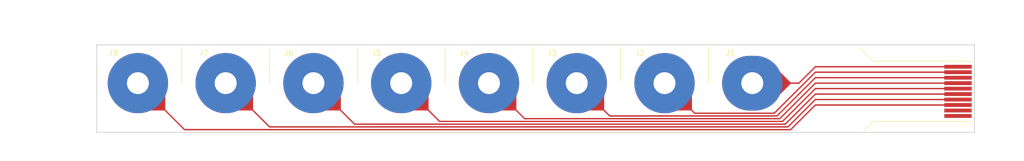
<source format=kicad_pcb>
(kicad_pcb (version 4) (host pcbnew 4.0.7)

  (general
    (links 8)
    (no_connects 0)
    (area 77.424999 84.3 253 115.200001)
    (thickness 1.6)
    (drawings 37)
    (tracks 32)
    (zones 0)
    (modules 17)
    (nets 11)
  )

  (page A4)
  (layers
    (0 F.Cu signal)
    (31 B.Cu signal hide)
    (32 B.Adhes user hide)
    (33 F.Adhes user hide)
    (34 B.Paste user hide)
    (35 F.Paste user hide)
    (36 B.SilkS user hide)
    (37 F.SilkS user)
    (38 B.Mask user hide)
    (39 F.Mask user)
    (40 Dwgs.User user)
    (41 Cmts.User user hide)
    (42 Eco1.User user)
    (43 Eco2.User user)
    (44 Edge.Cuts user)
    (45 Margin user)
    (46 B.CrtYd user hide)
    (47 F.CrtYd user)
    (48 B.Fab user hide)
    (49 F.Fab user)
  )

  (setup
    (last_trace_width 0.25)
    (trace_clearance 0.2)
    (zone_clearance 0.508)
    (zone_45_only no)
    (trace_min 0.2)
    (segment_width 0.05)
    (edge_width 0.15)
    (via_size 0.6)
    (via_drill 0.4)
    (via_min_size 0.4)
    (via_min_drill 0.3)
    (uvia_size 0.3)
    (uvia_drill 0.1)
    (uvias_allowed no)
    (uvia_min_size 0.2)
    (uvia_min_drill 0.1)
    (pcb_text_width 0.3)
    (pcb_text_size 1.5 1.5)
    (mod_edge_width 0.15)
    (mod_text_size 1 1)
    (mod_text_width 0.15)
    (pad_size 5 0.7)
    (pad_drill 0)
    (pad_to_mask_clearance 0.3)
    (aux_axis_origin 126 102)
    (visible_elements FFFFFF7F)
    (pcbplotparams
      (layerselection 0x011a0_00000001)
      (usegerberextensions true)
      (usegerberattributes true)
      (excludeedgelayer true)
      (linewidth 0.100000)
      (plotframeref false)
      (viasonmask false)
      (mode 1)
      (useauxorigin true)
      (hpglpennumber 1)
      (hpglpenspeed 20)
      (hpglpendiameter 15)
      (hpglpenoverlay 2)
      (psnegative false)
      (psa4output false)
      (plotreference true)
      (plotvalue true)
      (plotinvisibletext false)
      (padsonsilk false)
      (subtractmaskfromsilk true)
      (outputformat 1)
      (mirror false)
      (drillshape 0)
      (scaleselection 1)
      (outputdirectory gerber_pban/))
  )

  (net 0 "")
  (net 1 "Net-(J1-Pad1)")
  (net 2 "Net-(J10-Pad2)")
  (net 3 "Net-(J10-Pad3)")
  (net 4 "Net-(J10-Pad4)")
  (net 5 "Net-(J10-Pad5)")
  (net 6 "Net-(J10-Pad6)")
  (net 7 "Net-(J10-Pad7)")
  (net 8 "Net-(J10-Pad8)")
  (net 9 "Net-(J10-Pad9)")
  (net 10 "Net-(J10-Pad10)")

  (net_class Default "これは標準のネット クラスです。"
    (clearance 0.2)
    (trace_width 0.25)
    (via_dia 0.6)
    (via_drill 0.4)
    (uvia_dia 0.3)
    (uvia_drill 0.1)
    (add_net "Net-(J1-Pad1)")
    (add_net "Net-(J10-Pad10)")
    (add_net "Net-(J10-Pad2)")
    (add_net "Net-(J10-Pad3)")
    (add_net "Net-(J10-Pad4)")
    (add_net "Net-(J10-Pad5)")
    (add_net "Net-(J10-Pad6)")
    (add_net "Net-(J10-Pad7)")
    (add_net "Net-(J10-Pad8)")
    (add_net "Net-(J10-Pad9)")
  )

  (module myLibrary:Tear (layer F.Cu) (tedit 5B51B7E1) (tstamp 5B51B7C6)
    (at 202 98.5)
    (fp_text reference REF** (at 0 3.5) (layer F.SilkS) hide
      (effects (font (size 1 1) (thickness 0.15)))
    )
    (fp_text value Tear (at 0 -2) (layer F.Fab) hide
      (effects (font (size 1 1) (thickness 0.15)))
    )
    (pad "" connect rect (at 0 0.5 45) (size 3 3) (layers F.Cu F.Mask))
  )

  (module myLibrary:Tear (layer F.Cu) (tedit 5B51B737) (tstamp 5B51B7B2)
    (at 88.5 102)
    (fp_text reference REF** (at 0 3.5) (layer F.SilkS) hide
      (effects (font (size 1 1) (thickness 0.15)))
    )
    (fp_text value Tear (at 0 -2) (layer F.Fab) hide
      (effects (font (size 1 1) (thickness 0.15)))
    )
    (pad "" connect rect (at 0 0.5) (size 3 3) (layers F.Cu F.Mask))
  )

  (module myLibrary:Tear (layer F.Cu) (tedit 5B51B737) (tstamp 5B51B7A9)
    (at 104.5 102)
    (fp_text reference REF** (at 0 3.5) (layer F.SilkS) hide
      (effects (font (size 1 1) (thickness 0.15)))
    )
    (fp_text value Tear (at 0 -2) (layer F.Fab) hide
      (effects (font (size 1 1) (thickness 0.15)))
    )
    (pad "" connect rect (at 0 0.5) (size 3 3) (layers F.Cu F.Mask))
  )

  (module myLibrary:Tear (layer F.Cu) (tedit 5B51B737) (tstamp 5B51B7A0)
    (at 120.5 102)
    (fp_text reference REF** (at 0 3.5) (layer F.SilkS) hide
      (effects (font (size 1 1) (thickness 0.15)))
    )
    (fp_text value Tear (at 0 -2) (layer F.Fab) hide
      (effects (font (size 1 1) (thickness 0.15)))
    )
    (pad "" connect rect (at 0 0.5) (size 3 3) (layers F.Cu F.Mask))
  )

  (module myLibrary:Tear (layer F.Cu) (tedit 5B51B737) (tstamp 5B51B796)
    (at 136.5 102)
    (fp_text reference REF** (at 0 3.5) (layer F.SilkS) hide
      (effects (font (size 1 1) (thickness 0.15)))
    )
    (fp_text value Tear (at 0 -2) (layer F.Fab) hide
      (effects (font (size 1 1) (thickness 0.15)))
    )
    (pad "" connect rect (at 0 0.5) (size 3 3) (layers F.Cu F.Mask))
  )

  (module myLibrary:Tear (layer F.Cu) (tedit 5B51B737) (tstamp 5B51B786)
    (at 168.5 102)
    (fp_text reference REF** (at 0 3.5) (layer F.SilkS) hide
      (effects (font (size 1 1) (thickness 0.15)))
    )
    (fp_text value Tear (at 0 -2) (layer F.Fab) hide
      (effects (font (size 1 1) (thickness 0.15)))
    )
    (pad "" connect rect (at 0 0.5) (size 3 3) (layers F.Cu F.Mask))
  )

  (module myLibrary:Tear (layer F.Cu) (tedit 5B51B737) (tstamp 5B51B758)
    (at 152.5 102)
    (fp_text reference REF** (at 0 3.5) (layer F.SilkS) hide
      (effects (font (size 1 1) (thickness 0.15)))
    )
    (fp_text value Tear (at 0 -2) (layer F.Fab) hide
      (effects (font (size 1 1) (thickness 0.15)))
    )
    (pad "" connect rect (at 0 0.5) (size 3 3) (layers F.Cu F.Mask))
  )

  (module myLibrary:Hock_4mm (layer F.Cu) (tedit 5B5824D3) (tstamp 5B4C3F7F)
    (at 149 99)
    (descr Hock_4mm)
    (tags Hock_4mm)
    (path /5B4C3042)
    (fp_text reference J4 (at -4.5 -5.5) (layer F.SilkS)
      (effects (font (size 1 1) (thickness 0.15)))
    )
    (fp_text value HOCK (at 0 6.35) (layer F.Fab)
      (effects (font (size 1 1) (thickness 0.15)))
    )
    (pad 4 thru_hole circle (at 0 0) (size 11 11) (drill 4) (layers *.Cu *.Mask)
      (net 4 "Net-(J10-Pad4)"))
  )

  (module myLibrary:Hock_4mm (layer F.Cu) (tedit 5B5824D5) (tstamp 5B4C3F7A)
    (at 165 99)
    (descr Hock_4mm)
    (tags Hock_4mm)
    (path /5B4C3013)
    (fp_text reference J3 (at -4.5 -5.5) (layer F.SilkS)
      (effects (font (size 1 1) (thickness 0.15)))
    )
    (fp_text value HOCK (at 0 6.35) (layer F.Fab)
      (effects (font (size 1 1) (thickness 0.15)))
    )
    (pad 3 thru_hole circle (at 0 0) (size 11 11) (drill 4) (layers *.Cu *.Mask)
      (net 3 "Net-(J10-Pad3)"))
  )

  (module myLibrary:Hock_4mm (layer F.Cu) (tedit 5B5824DF) (tstamp 5B4C3F70)
    (at 197 99)
    (descr Hock_4mm)
    (tags Hock_4mm)
    (path /5B4C2EA9)
    (fp_text reference J1 (at -4 -5.5) (layer F.SilkS)
      (effects (font (size 1 1) (thickness 0.15)))
    )
    (fp_text value HOCK (at 0 6.35) (layer F.Fab)
      (effects (font (size 1 1) (thickness 0.15)))
    )
    (pad 1 thru_hole oval (at 0 0) (size 11 10) (drill 4) (layers *.Cu *.Mask)
      (net 1 "Net-(J1-Pad1)"))
  )

  (module myLibrary:Hock_4mm (layer F.Cu) (tedit 5B5824DB) (tstamp 5B4C3F75)
    (at 181 99)
    (descr Hock_4mm)
    (tags Hock_4mm)
    (path /5B4C3007)
    (fp_text reference J2 (at -4.5 -5.5) (layer F.SilkS)
      (effects (font (size 1 1) (thickness 0.15)))
    )
    (fp_text value HOCK (at 0 6.35) (layer F.Fab)
      (effects (font (size 1 1) (thickness 0.15)))
    )
    (pad 2 thru_hole circle (at 0 0) (size 11 11) (drill 4) (layers *.Cu *.Mask)
      (net 2 "Net-(J10-Pad2)"))
  )

  (module myLibrary:Hock_4mm (layer F.Cu) (tedit 5B5824BD) (tstamp 5B4C3F84)
    (at 133 99)
    (descr Hock_4mm)
    (tags Hock_4mm)
    (path /5B4C306B)
    (fp_text reference J5 (at -4.5 -5.5) (layer F.SilkS)
      (effects (font (size 1 1) (thickness 0.15)))
    )
    (fp_text value HOCK (at 0 6.35) (layer F.Fab)
      (effects (font (size 1 1) (thickness 0.15)))
    )
    (pad 5 thru_hole circle (at 0 0) (size 11 11) (drill 4) (layers *.Cu *.Mask)
      (net 5 "Net-(J10-Pad5)"))
  )

  (module myLibrary:Hock_4mm (layer F.Cu) (tedit 5B5824CD) (tstamp 5B4C3F89)
    (at 117 99)
    (descr Hock_4mm)
    (tags Hock_4mm)
    (path /5B4C3318)
    (fp_text reference J6 (at -4.5 -5.5) (layer F.SilkS)
      (effects (font (size 1 1) (thickness 0.15)))
    )
    (fp_text value HOCK (at 0 6.35) (layer F.Fab)
      (effects (font (size 1 1) (thickness 0.15)))
    )
    (pad 6 thru_hole circle (at 0 0) (size 11 11) (drill 4) (layers *.Cu *.Mask)
      (net 6 "Net-(J10-Pad6)"))
  )

  (module myLibrary:Hock_4mm (layer F.Cu) (tedit 5B5824CA) (tstamp 5B4C3F8E)
    (at 101 99)
    (descr Hock_4mm)
    (tags Hock_4mm)
    (path /5B4C331E)
    (fp_text reference J7 (at -4 -5.5) (layer F.SilkS)
      (effects (font (size 1 1) (thickness 0.15)))
    )
    (fp_text value HOCK (at 0 6.35) (layer F.Fab)
      (effects (font (size 1 1) (thickness 0.15)))
    )
    (pad 7 thru_hole circle (at 0 0) (size 11 11) (drill 4) (layers *.Cu *.Mask)
      (net 7 "Net-(J10-Pad7)"))
  )

  (module myLibrary:Hock_4mm (layer F.Cu) (tedit 5B5824C8) (tstamp 5B4C3F93)
    (at 85 99)
    (descr Hock_4mm)
    (tags Hock_4mm)
    (path /5B4C3324)
    (fp_text reference J8 (at -4.5 -5.5) (layer F.SilkS)
      (effects (font (size 1 1) (thickness 0.15)))
    )
    (fp_text value HOCK (at 0 6.35) (layer F.Fab)
      (effects (font (size 1 1) (thickness 0.15)))
    )
    (pad 8 thru_hole circle (at 0 0) (size 11 11) (drill 4) (layers *.Cu *.Mask)
      (net 8 "Net-(J10-Pad8)"))
  )

  (module myLibrary:FPP_CONN_10 (layer F.Cu) (tedit 5B5824FC) (tstamp 5B4C3FA1)
    (at 234.5 100)
    (path /5B4C2E7A)
    (fp_text reference J10 (at -7.5 5) (layer F.SilkS) hide
      (effects (font (size 1 1) (thickness 0.15)))
    )
    (fp_text value Conn_01x10 (at 0 -6) (layer F.Fab)
      (effects (font (size 1 1) (thickness 0.15)))
    )
    (pad 1 smd rect (at 0 -4) (size 5 0.7) (layers F.Cu F.Paste)
      (net 1 "Net-(J1-Pad1)"))
    (pad 2 smd rect (at 0 -3) (size 5 0.7) (layers F.Cu F.Paste)
      (net 2 "Net-(J10-Pad2)"))
    (pad 3 smd rect (at 0 -2) (size 5 0.7) (layers F.Cu F.Paste)
      (net 3 "Net-(J10-Pad3)"))
    (pad 4 smd rect (at 0 -1) (size 5 0.7) (layers F.Cu F.Paste)
      (net 4 "Net-(J10-Pad4)"))
    (pad 5 smd rect (at 0 0) (size 5 0.7) (layers F.Cu F.Paste)
      (net 5 "Net-(J10-Pad5)"))
    (pad 6 smd rect (at 0 1) (size 5 0.7) (layers F.Cu F.Paste)
      (net 6 "Net-(J10-Pad6)"))
    (pad 7 smd rect (at 0 2) (size 5 0.7) (layers F.Cu F.Paste)
      (net 7 "Net-(J10-Pad7)"))
    (pad 8 smd rect (at 0 3) (size 5 0.7) (layers F.Cu F.Paste)
      (net 8 "Net-(J10-Pad8)"))
    (pad 9 smd rect (at 0 4) (size 5 0.7) (layers F.Cu F.Paste)
      (net 9 "Net-(J10-Pad9)"))
    (pad 10 smd rect (at 0 5) (size 5 0.7) (layers F.Cu F.Paste)
      (net 10 "Net-(J10-Pad10)"))
  )

  (module myLibrary:Tear (layer F.Cu) (tedit 5B51B737) (tstamp 5B51B732)
    (at 184.5 102)
    (fp_text reference REF** (at 0 3.5) (layer F.SilkS) hide
      (effects (font (size 1 1) (thickness 0.15)))
    )
    (fp_text value Tear (at 0 -2) (layer F.Fab) hide
      (effects (font (size 1 1) (thickness 0.15)))
    )
    (pad "" connect rect (at 0 0.5) (size 3 3) (layers F.Cu F.Mask))
  )

  (dimension 16 (width 0.3) (layer Eco1.User)
    (gr_text "16.000 mm" (at 66.15 100 270) (layer Eco1.User)
      (effects (font (size 1.5 1.5) (thickness 0.3)))
    )
    (feature1 (pts (xy 76.5 108) (xy 64.8 108)))
    (feature2 (pts (xy 76.5 92) (xy 64.8 92)))
    (crossbar (pts (xy 67.5 92) (xy 67.5 108)))
    (arrow1a (pts (xy 67.5 108) (xy 66.913579 106.873496)))
    (arrow1b (pts (xy 67.5 108) (xy 68.086421 106.873496)))
    (arrow2a (pts (xy 67.5 92) (xy 66.913579 93.126504)))
    (arrow2b (pts (xy 67.5 92) (xy 68.086421 93.126504)))
  )
  (gr_line (start 93 99) (end 93 92.5) (angle 90) (layer F.SilkS) (width 0.13))
  (gr_line (start 109 99) (end 109 92.5) (angle 90) (layer F.SilkS) (width 0.13))
  (gr_line (start 125 99) (end 125 92.5) (angle 90) (layer F.SilkS) (width 0.13))
  (gr_line (start 141 99) (end 141 92.5) (angle 90) (layer F.SilkS) (width 0.13))
  (gr_line (start 157 99) (end 157 92.5) (angle 90) (layer F.SilkS) (width 0.13))
  (gr_line (start 173 99) (end 173 98.5) (angle 90) (layer F.SilkS) (width 0.05))
  (gr_line (start 173 98.5) (end 173 92.5) (angle 90) (layer F.SilkS) (width 0.13))
  (gr_line (start 189 99) (end 189 92.5) (angle 90) (layer F.SilkS) (width 0.13))
  (gr_line (start 219 106) (end 217.5 107.5) (angle 90) (layer F.SilkS) (width 0.13))
  (gr_line (start 219 95) (end 216.5 92.5) (angle 90) (layer F.SilkS) (width 0.13))
  (gr_line (start 237 95) (end 219 95) (angle 90) (layer F.SilkS) (width 0.13))
  (gr_line (start 237 106) (end 219 106) (angle 90) (layer F.SilkS) (width 0.13))
  (gr_line (start 232.5 108) (end 77.5 108) (angle 90) (layer F.Mask) (width 0.05))
  (gr_line (start 232.5 92) (end 232.5 108) (angle 90) (layer F.Mask) (width 0.05))
  (gr_circle (center 85 99) (end 90 99) (layer F.Mask) (width 0.05) (tstamp 5B51B506))
  (gr_circle (center 101 99) (end 106 99) (layer F.Mask) (width 0.05) (tstamp 5B51B4FB))
  (gr_circle (center 117 99) (end 122 99) (layer F.Mask) (width 0.05) (tstamp 5B51B4F7))
  (gr_circle (center 133 99) (end 138 99) (layer F.Mask) (width 0.05) (tstamp 5B51B4EE))
  (gr_circle (center 149 99) (end 154 99) (layer F.Mask) (width 0.05) (tstamp 5B51B4E0))
  (gr_circle (center 165 99) (end 170 99) (layer F.Mask) (width 0.05) (tstamp 5B51B4CE))
  (gr_circle (center 197 99) (end 202 99) (layer F.Mask) (width 0.05) (tstamp 5B51B4B1))
  (gr_circle (center 181 99) (end 186 99) (layer F.Mask) (width 0.05))
  (gr_line (start 77.5 92) (end 232.5 92) (angle 90) (layer F.Mask) (width 0.05))
  (gr_line (start 77.5 108) (end 77.5 92) (angle 90) (layer F.Mask) (width 0.05))
  (dimension 160 (width 0.3) (layer Eco1.User)
    (gr_text "160.000 mm" (at 157.5 113.85) (layer Eco1.User)
      (effects (font (size 1.5 1.5) (thickness 0.3)))
    )
    (feature1 (pts (xy 237.5 108.5) (xy 237.5 115.2)))
    (feature2 (pts (xy 77.5 108.5) (xy 77.5 115.2)))
    (crossbar (pts (xy 77.5 112.5) (xy 237.5 112.5)))
    (arrow1a (pts (xy 237.5 112.5) (xy 236.373496 113.086421)))
    (arrow1b (pts (xy 237.5 112.5) (xy 236.373496 111.913579)))
    (arrow2a (pts (xy 77.5 112.5) (xy 78.626504 113.086421)))
    (arrow2b (pts (xy 77.5 112.5) (xy 78.626504 111.913579)))
  )
  (gr_line (start 237.5 92) (end 237.5 108) (angle 90) (layer Dwgs.User) (width 0.2))
  (gr_line (start 227.5 92) (end 237.5 92) (angle 90) (layer Dwgs.User) (width 0.2))
  (gr_line (start 227.5 108) (end 227.5 92) (angle 90) (layer Dwgs.User) (width 0.2))
  (gr_line (start 237.5 108) (end 227.5 108) (angle 90) (layer Dwgs.User) (width 0.2))
  (dimension 16 (width 0.3) (layer Eco1.User)
    (gr_text "16.000 mm" (at 189 85.65) (layer Eco1.User)
      (effects (font (size 1.5 1.5) (thickness 0.3)))
    )
    (feature1 (pts (xy 181 99) (xy 181 84.3)))
    (feature2 (pts (xy 197 99) (xy 197 84.3)))
    (crossbar (pts (xy 197 87) (xy 181 87)))
    (arrow1a (pts (xy 181 87) (xy 182.126504 86.413579)))
    (arrow1b (pts (xy 181 87) (xy 182.126504 87.586421)))
    (arrow2a (pts (xy 197 87) (xy 195.873496 86.413579)))
    (arrow2b (pts (xy 197 87) (xy 195.873496 87.586421)))
  )
  (dimension 20 (width 0.3) (layer Eco1.User)
    (gr_text "20.000 mm" (at 227 89.15) (layer Eco1.User) (tstamp 5B4E1A17)
      (effects (font (size 1.5 1.5) (thickness 0.3)))
    )
    (feature1 (pts (xy 217 92.5) (xy 217 87.8)))
    (feature2 (pts (xy 237 92.5) (xy 237 87.8)))
    (crossbar (pts (xy 237 90.5) (xy 217 90.5)))
    (arrow1a (pts (xy 217 90.5) (xy 218.126504 89.913579)))
    (arrow1b (pts (xy 217 90.5) (xy 218.126504 91.086421)))
    (arrow2a (pts (xy 237 90.5) (xy 235.873496 89.913579)))
    (arrow2b (pts (xy 237 90.5) (xy 235.873496 91.086421)))
  )
  (gr_line (start 237.5 108) (end 237.5 92) (angle 90) (layer Edge.Cuts) (width 0.15))
  (dimension 11 (width 0.3) (layer Eco1.User)
    (gr_text "11.000 mm" (at 246.5 100.5 270) (layer Eco1.User) (tstamp 5B4DFDAF)
      (effects (font (size 1.5 1.5) (thickness 0.3)))
    )
    (feature1 (pts (xy 238 106) (xy 245.2 106)))
    (feature2 (pts (xy 238 95) (xy 245.2 95)))
    (crossbar (pts (xy 242.5 95) (xy 242.5 106)))
    (arrow1a (pts (xy 242.5 106) (xy 241.913579 104.873496)))
    (arrow1b (pts (xy 242.5 106) (xy 243.086421 104.873496)))
    (arrow2a (pts (xy 242.5 95) (xy 241.913579 96.126504)))
    (arrow2b (pts (xy 242.5 95) (xy 243.086421 96.126504)))
  )
  (gr_line (start 237.5 92) (end 77.5 92) (angle 90) (layer Edge.Cuts) (width 0.15))
  (gr_line (start 77.5 108) (end 237.5 108) (angle 90) (layer Edge.Cuts) (width 0.15))
  (gr_line (start 77.5 92) (end 77.5 108) (angle 90) (layer Edge.Cuts) (width 0.15))

  (segment (start 208.5 96) (end 234.5 96) (width 0.25) (layer F.Cu) (net 1) (tstamp 5B4E1815))
  (segment (start 205.5 99) (end 208.5 96) (width 0.25) (layer F.Cu) (net 1) (tstamp 5B4E180E))
  (segment (start 197 99) (end 205.5 99) (width 0.25) (layer F.Cu) (net 1))
  (segment (start 186.5 104.5) (end 201 104.5) (width 0.25) (layer F.Cu) (net 2) (tstamp 5B4E187A))
  (segment (start 201 104.5) (end 208.5 97) (width 0.25) (layer F.Cu) (net 2) (tstamp 5B4E1891))
  (segment (start 181 99) (end 181 99) (width 0.25) (layer F.Cu) (net 2))
  (segment (start 181 99) (end 186.5 104.5) (width 0.25) (layer F.Cu) (net 2) (tstamp 5B4E1873))
  (segment (start 208.5 97) (end 234.5 97) (width 0.25) (layer F.Cu) (net 2) (tstamp 5B4E189A))
  (segment (start 201.5 105) (end 171 105) (width 0.25) (layer F.Cu) (net 3) (tstamp 5B4E18B0))
  (segment (start 208.5 98) (end 201.5 105) (width 0.25) (layer F.Cu) (net 3) (tstamp 5B4E18AB))
  (segment (start 234.5 98) (end 208.5 98) (width 0.25) (layer F.Cu) (net 3))
  (segment (start 171 105) (end 165 99) (width 0.25) (layer F.Cu) (net 3) (tstamp 5B4E18BC))
  (segment (start 234.5 99) (end 208.5 99) (width 0.25) (layer F.Cu) (net 4))
  (segment (start 155.5 105.5) (end 149 99) (width 0.25) (layer F.Cu) (net 4) (tstamp 5B4E1932))
  (segment (start 202 105.5) (end 155.5 105.5) (width 0.25) (layer F.Cu) (net 4) (tstamp 5B4E192E))
  (segment (start 208.5 99) (end 202 105.5) (width 0.25) (layer F.Cu) (net 4) (tstamp 5B4E192C))
  (segment (start 234.5 100) (end 208.5 100) (width 0.25) (layer F.Cu) (net 5))
  (segment (start 140 106) (end 133 99) (width 0.25) (layer F.Cu) (net 5) (tstamp 5B4E1959))
  (segment (start 202.5 106) (end 140 106) (width 0.25) (layer F.Cu) (net 5) (tstamp 5B4E1950))
  (segment (start 208.5 100) (end 202.5 106) (width 0.25) (layer F.Cu) (net 5) (tstamp 5B4E194C))
  (segment (start 234.5 101) (end 208.5 101) (width 0.25) (layer F.Cu) (net 6))
  (segment (start 124.5 106.5) (end 117 99) (width 0.25) (layer F.Cu) (net 6) (tstamp 5B4E196D))
  (segment (start 203 106.5) (end 124.5 106.5) (width 0.25) (layer F.Cu) (net 6) (tstamp 5B4E1965))
  (segment (start 208.5 101) (end 203 106.5) (width 0.25) (layer F.Cu) (net 6) (tstamp 5B4E1961))
  (segment (start 234.5 102) (end 208.5 102) (width 0.25) (layer F.Cu) (net 7))
  (segment (start 109 107) (end 101 99) (width 0.25) (layer F.Cu) (net 7) (tstamp 5B4E197D))
  (segment (start 203.5 107) (end 109 107) (width 0.25) (layer F.Cu) (net 7) (tstamp 5B4E1977))
  (segment (start 208.5 102) (end 203.5 107) (width 0.25) (layer F.Cu) (net 7) (tstamp 5B4E1975))
  (segment (start 234.5 103) (end 208.5 103) (width 0.25) (layer F.Cu) (net 8))
  (segment (start 93.5 107.5) (end 85 99) (width 0.25) (layer F.Cu) (net 8) (tstamp 5B4E198C))
  (segment (start 204 107.5) (end 93.5 107.5) (width 0.25) (layer F.Cu) (net 8) (tstamp 5B4E198B))
  (segment (start 208.5 103) (end 204 107.5) (width 0.25) (layer F.Cu) (net 8) (tstamp 5B4E1989))

  (zone (net 0) (net_name "") (layer F.Cu) (tstamp 5B51994E) (hatch edge 0.508)
    (connect_pads (clearance 0.508))
    (min_thickness 0.254)
    (fill (arc_segments 16) (thermal_gap 0.508) (thermal_bridge_width 0.508) (smoothing fillet))
    (polygon
      (pts
        (xy 232 96.3) (xy 229 96) (xy 232 95.7)
      )
    )
  )
  (zone (net 0) (net_name "") (layer F.Cu) (tstamp 5B51996B) (hatch edge 0.508)
    (connect_pads (clearance 0.508))
    (min_thickness 0.254)
    (fill (arc_segments 16) (thermal_gap 0.508) (thermal_bridge_width 0.508) (smoothing chamfer))
    (polygon
      (pts
        (xy 232 97.3) (xy 229 97) (xy 232 96.7)
      )
    )
  )
  (zone (net 0) (net_name "") (layer F.Cu) (tstamp 5B51999B) (hatch edge 0.508)
    (connect_pads (clearance 0.508))
    (min_thickness 0.254)
    (fill (arc_segments 16) (thermal_gap 0.508) (thermal_bridge_width 0.508) (smoothing chamfer))
    (polygon
      (pts
        (xy 232 98.3) (xy 229 98) (xy 232 97.7)
      )
    )
  )
  (zone (net 0) (net_name "") (layer F.Cu) (tstamp 5B5199AF) (hatch edge 0.508)
    (connect_pads (clearance 0.508))
    (min_thickness 0.254)
    (fill (arc_segments 16) (thermal_gap 0.508) (thermal_bridge_width 0.508) (smoothing chamfer))
    (polygon
      (pts
        (xy 232 99.3) (xy 229 99) (xy 232 98.7)
      )
    )
  )
  (zone (net 0) (net_name "") (layer F.Cu) (tstamp 5B5199E0) (hatch edge 0.508)
    (connect_pads (clearance 0.508))
    (min_thickness 0.254)
    (fill (arc_segments 16) (thermal_gap 0.508) (thermal_bridge_width 0.508) (smoothing chamfer))
    (polygon
      (pts
        (xy 232 100.3) (xy 229 100) (xy 232 99.7)
      )
    )
  )
  (zone (net 0) (net_name "") (layer F.Cu) (tstamp 5B519A8A) (hatch edge 0.508)
    (connect_pads (clearance 0.508))
    (min_thickness 0.254)
    (fill (arc_segments 16) (thermal_gap 0.508) (thermal_bridge_width 0.508) (smoothing chamfer))
    (polygon
      (pts
        (xy 232 101.3) (xy 229 101) (xy 232 100.7)
      )
    )
  )
  (zone (net 0) (net_name "") (layer F.Cu) (tstamp 5B519AAF) (hatch edge 0.508)
    (connect_pads (clearance 0.508))
    (min_thickness 0.254)
    (fill (arc_segments 16) (thermal_gap 0.508) (thermal_bridge_width 0.508) (smoothing chamfer))
    (polygon
      (pts
        (xy 232 101.7) (xy 232 102.3) (xy 229 102) (xy 232 101.7)
      )
    )
  )
  (zone (net 0) (net_name "") (layer F.Cu) (tstamp 5B519B05) (hatch edge 0.508)
    (connect_pads (clearance 0.508))
    (min_thickness 0.254)
    (fill (arc_segments 16) (thermal_gap 0.508) (thermal_bridge_width 0.508) (smoothing chamfer))
    (polygon
      (pts
        (xy 232 103.3) (xy 229 103) (xy 232 102.7)
      )
    )
  )
  (zone (net 0) (net_name "") (layer F.Mask) (tstamp 5B580B56) (hatch none 0.508)
    (connect_pads (clearance 0.508))
    (min_thickness 0.254)
    (fill yes (arc_segments 16) (thermal_gap 0.508) (thermal_bridge_width 0.508))
    (polygon
      (pts
        (xy 237.5 108) (xy 232 108) (xy 232 92) (xy 237.5 92)
      )
    )
    (filled_polygon
      (pts
        (xy 237.373 107.873) (xy 232.127 107.873) (xy 232.127 92.127) (xy 237.373 92.127)
      )
    )
  )
)

</source>
